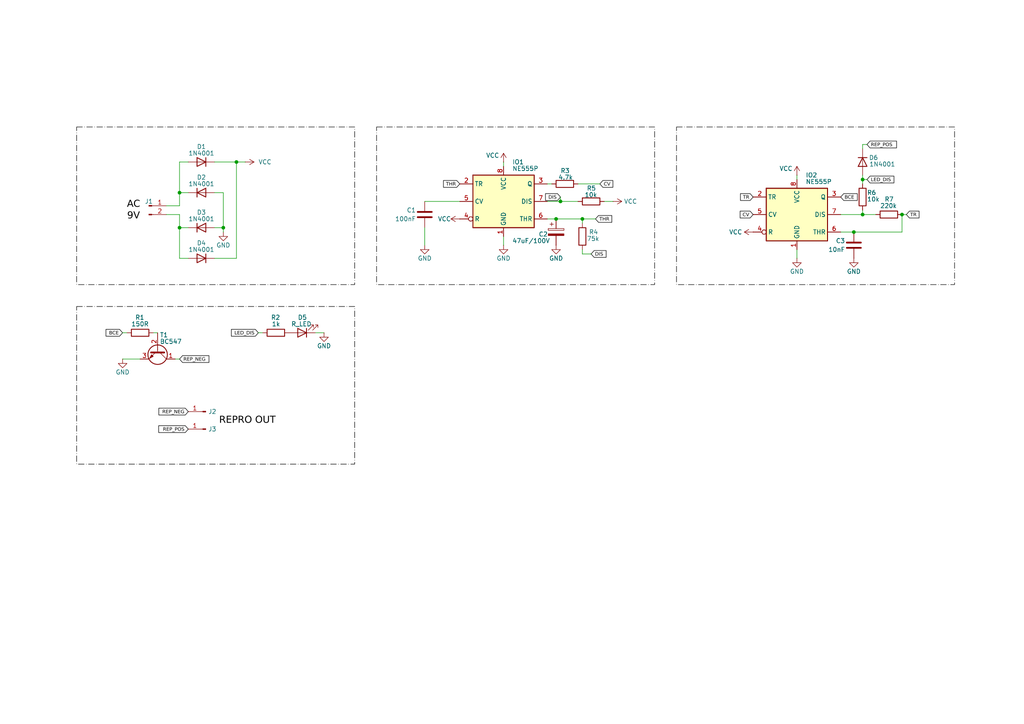
<source format=kicad_sch>
(kicad_sch (version 20231120) (generator "eeschema") (generator_version "8.0")
  (paper "A4")
  (title_block (title "TEST01_KiCAD") (date "2024-10-01") (rev "v1.0.0") (company "SPS NA PROSEKU, 3EA, L1") (comment 1 "Made in Prague, Czech Republic") (comment 2 "CONTACT: Savva Popov, savva.popov.sp@gmail.com, +420 605 570 366"))
  (lib_symbols
    (symbol "Connector:Conn_01x01_Pin" (pin_names (offset 1.016) hide)
      (property "Reference" "J" (at 0 2.54 0))
      (property "Value" "Conn_01x01_Pin" (at 0 -2.54 0))
      (symbol "Conn_01x01_Pin_1_1"
        (polyline (pts (xy 1.27 0) (xy 0.8636 0)) (stroke (width 0.1524)))
        (rectangle (start 0.8636 0.127) (end 0 -0.127) (stroke (width 0.1524)) (fill (type outline)))
        (pin passive line (at 5.08 0 180) (length 3.81) (name "Pin_1") (number "1"))
      )
    )
    (symbol "Connector:Conn_01x02_Pin" (pin_names (offset 1.016) hide)
      (property "Reference" "J" (at 0 2.54 0))
      (property "Value" "Conn_01x02_Pin" (at 0 -5.08 0))
      (symbol "Conn_01x02_Pin_1_1"
        (polyline (pts (xy 1.27 -2.54) (xy 0.8636 -2.54)) (stroke (width 0.1524)))
        (polyline (pts (xy 1.27 0) (xy 0.8636 0)) (stroke (width 0.1524)))
        (rectangle (start 0.8636 -2.413) (end 0 -2.667) (stroke (width 0.1524)) (fill (type outline)))
        (rectangle (start 0.8636 0.127) (end 0 -0.127) (stroke (width 0.1524)) (fill (type outline)))
        (pin passive line (at 5.08 0 180) (length 3.81) (name "Pin_1") (number "1"))
        (pin passive line (at 5.08 -2.54 180) (length 3.81) (name "Pin_2") (number "2"))
      )
    )
    (symbol "Device:C" (pin_numbers hide) (pin_names (offset 0.254))
      (property "Reference" "C" (at 0.635 2.54 0))
      (property "Value" "C" (at 0.635 -2.54 0))
      (symbol "C_0_1"
        (polyline (pts (xy -2.032 -0.762) (xy 2.032 -0.762)) (stroke (width 0.508)))
        (polyline (pts (xy -2.032 0.762) (xy 2.032 0.762)) (stroke (width 0.508)))
      )
      (symbol "C_1_1"
        (pin passive line (at 0 3.81 270) (length 2.794) (name "~") (number "1"))
        (pin passive line (at 0 -3.81 90) (length 2.794) (name "~") (number "2"))
      )
    )
    (symbol "Device:C_Polarized" (pin_numbers hide) (pin_names (offset 0.254))
      (property "Reference" "C" (at 0.635 2.54 0))
      (property "Value" "C_Polarized" (at 0.635 -2.54 0))
      (symbol "C_Polarized_0_1"
        (rectangle (start -2.286 0.508) (end 2.286 1.016))
        (polyline (pts (xy -1.778 2.286) (xy -0.762 2.286)))
        (polyline (pts (xy -1.27 2.794) (xy -1.27 1.778)))
        (rectangle (start 2.286 -0.508) (end -2.286 -1.016) (fill (type outline)))
      )
      (symbol "C_Polarized_1_1"
        (pin passive line (at 0 3.81 270) (length 2.794) (name "~") (number "1"))
        (pin passive line (at 0 -3.81 90) (length 2.794) (name "~") (number "2"))
      )
    )
    (symbol "Device:LED" (pin_numbers hide) (pin_names (offset 1.016) hide)
      (property "Reference" "D" (at 0 2.54 0))
      (property "Value" "LED" (at 0 -2.54 0))
      (symbol "LED_0_1"
        (polyline (pts (xy -1.27 -1.27) (xy -1.27 1.27)) (stroke (width 0.254)))
        (polyline (pts (xy -1.27 0) (xy 1.27 0)))
        (polyline (pts (xy 1.27 -1.27) (xy 1.27 1.27) (xy -1.27 0) (xy 1.27 -1.27)) (stroke (width 0.254)))
        (polyline (pts (xy -3.048 -0.762) (xy -4.572 -2.286) (xy -3.81 -2.286) (xy -4.572 -2.286) (xy -4.572 -1.524)))
        (polyline (pts (xy -1.778 -0.762) (xy -3.302 -2.286) (xy -2.54 -2.286) (xy -3.302 -2.286) (xy -3.302 -1.524)))
      )
      (symbol "LED_1_1"
        (pin passive line (at -3.81 0 0) (length 2.54) (name "K") (number "1"))
        (pin passive line (at 3.81 0 180) (length 2.54) (name "A") (number "2"))
      )
    )
    (symbol "Device:R" (pin_numbers hide) (pin_names (offset 0))
      (property "Reference" "R" (at 2.032 0 90))
      (property "Value" "R" (at 0 0 90))
      (symbol "R_0_1"
        (rectangle (start -1.016 -2.54) (end 1.016 2.54) (stroke (width 0.254)))
      )
      (symbol "R_1_1"
        (pin passive line (at 0 3.81 270) (length 1.27) (name "~") (number "1"))
        (pin passive line (at 0 -3.81 90) (length 1.27) (name "~") (number "2"))
      )
    )
    (symbol "Diode:1N4007" (pin_numbers hide) (pin_names hide)
      (property "Reference" "D" (at 0 2.54 0))
      (property "Value" "1N4007" (at 0 -2.54 0))
      (symbol "1N4007_0_1"
        (polyline (pts (xy -1.27 1.27) (xy -1.27 -1.27)) (stroke (width 0.254)))
        (polyline (pts (xy 1.27 0) (xy -1.27 0)))
        (polyline (pts (xy 1.27 1.27) (xy 1.27 -1.27) (xy -1.27 0) (xy 1.27 1.27)) (stroke (width 0.254)))
      )
      (symbol "1N4007_1_1"
        (pin passive line (at -3.81 0 0) (length 2.54) (name "K") (number "1"))
        (pin passive line (at 3.81 0 180) (length 2.54) (name "A") (number "2"))
      )
    )
    (symbol "Timer:NE555P"
      (property "Reference" "U" (at -10.16 8.89 0))
      (property "Value" "NE555P" (at 2.54 8.89 0))
      (symbol "NE555P_0_0"
        (pin power_in line (at 0 -10.16 90) (length 2.54) (name "GND") (number "1"))
        (pin power_in line (at 0 10.16 270) (length 2.54) (name "VCC") (number "8"))
      )
      (symbol "NE555P_0_1"
        (rectangle (start -8.89 -7.62) (end 8.89 7.62) (stroke (width 0.254)) (fill (type background)))
        (rectangle (start -8.89 -7.62) (end 8.89 7.62) (stroke (width 0.254)) (fill (type background)))
      )
      (symbol "NE555P_1_1"
        (pin input line (at -12.7 5.08 0) (length 3.81) (name "TR") (number "2"))
        (pin output line (at 12.7 5.08 180) (length 3.81) (name "Q") (number "3"))
        (pin input inverted (at -12.7 -5.08 0) (length 3.81) (name "R") (number "4"))
        (pin input line (at -12.7 0 0) (length 3.81) (name "CV") (number "5"))
        (pin input line (at 12.7 -5.08 180) (length 3.81) (name "THR") (number "6"))
        (pin input line (at 12.7 0 180) (length 3.81) (name "DIS") (number "7"))
      )
    )
    (symbol "Transistor_BJT:BC547" (pin_names (offset 0) hide)
      (property "Reference" "Q" (at 5.08 1.905 0))
      (property "Value" "BC547" (at 5.08 0 0))
      (symbol "BC547_0_1"
        (polyline (pts (xy 0 0) (xy 0.635 0)))
        (polyline (pts (xy 0.635 0.635) (xy 2.54 2.54)))
        (polyline (pts (xy 0.635 -0.635) (xy 2.54 -2.54) (xy 2.54 -2.54)))
        (polyline (pts (xy 0.635 1.905) (xy 0.635 -1.905) (xy 0.635 -1.905)) (stroke (width 0.508)))
        (polyline (pts (xy 1.27 -1.778) (xy 1.778 -1.27) (xy 2.286 -2.286) (xy 1.27 -1.778) (xy 1.27 -1.778)) (fill (type outline)))
        (circle (center 1.27 0) (radius 2.8194) (stroke (width 0.254)))
      )
      (symbol "BC547_1_1"
        (pin passive line (at 2.54 5.08 270) (length 2.54) (name "C") (number "1"))
        (pin input line (at -5.08 0 0) (length 5.08) (name "B") (number "2"))
        (pin passive line (at 2.54 -5.08 90) (length 2.54) (name "E") (number "3"))
      )
    )
    (symbol "power:GND" (power) (pin_numbers hide) (pin_names (offset 0) hide)
      (property "Value" "GND" (at 0 -3.81 0))
      (symbol "GND_0_1"
        (polyline (pts (xy 0 0) (xy 0 -1.27) (xy 1.27 -1.27) (xy 0 -2.54) (xy -1.27 -1.27) (xy 0 -1.27)))
      )
      (symbol "GND_1_1"
        (pin power_in line (at 0 0 270) (length 0) (name "~") (number "1"))
      )
    )
    (symbol "power:VCC" (power) (pin_numbers hide) (pin_names (offset 0) hide)
      (property "Value" "VCC" (at 0 3.556 0))
      (symbol "VCC_0_1"
        (polyline (pts (xy -0.762 1.27) (xy 0 2.54)))
        (polyline (pts (xy 0 0) (xy 0 2.54)))
        (polyline (pts (xy 0 2.54) (xy 0.762 1.27)))
      )
      (symbol "VCC_1_1"
        (pin power_in line (at 0 0 90) (length 0) (name "~") (number "1"))
      )
    )
  )
  (junction (at 64.77 66.04))
  (junction (at 162.56 58.42))
  (junction (at 168.91 63.5))
  (junction (at 68.58 46.99))
  (junction (at 250.19 52.07))
  (junction (at 250.19 62.23))
  (junction (at 261.62 62.23))
  (junction (at 52.07 66.04))
  (junction (at 247.65 67.31))
  (junction (at 161.29 63.5))
  (junction (at 52.07 55.88))
  (wire (pts (xy 261.62 62.23) (xy 262.89 62.23)))
  (wire (pts (xy 93.98 96.52) (xy 91.44 96.52)))
  (wire (pts (xy 160.02 53.34) (xy 158.75 53.34)))
  (wire (pts (xy 168.91 72.39) (xy 168.91 73.66)))
  (wire (pts (xy 62.23 46.99) (xy 68.58 46.99)))
  (wire (pts (xy 52.07 55.88) (xy 54.61 55.88)))
  (wire (pts (xy 168.91 63.5) (xy 161.29 63.5)))
  (wire (pts (xy 52.07 62.23) (xy 48.26 62.23)))
  (wire (pts (xy 162.56 58.42) (xy 158.75 58.42)))
  (wire (pts (xy 64.77 55.88) (xy 64.77 66.04)))
  (wire (pts (xy 250.19 41.91) (xy 250.19 43.18)))
  (wire (pts (xy 35.56 104.14) (xy 40.64 104.14)))
  (wire (pts (xy 52.07 104.14) (xy 50.8 104.14)))
  (wire (pts (xy 68.58 46.99) (xy 68.58 74.93)))
  (wire (pts (xy 231.14 50.8) (xy 231.14 52.07)))
  (wire (pts (xy 62.23 74.93) (xy 68.58 74.93)))
  (wire (pts (xy 250.19 52.07) (xy 250.19 53.34)))
  (wire (pts (xy 250.19 62.23) (xy 254 62.23)))
  (wire (pts (xy 62.23 55.88) (xy 64.77 55.88)))
  (wire (pts (xy 261.62 67.31) (xy 247.65 67.31)))
  (wire (pts (xy 146.05 71.12) (xy 146.05 68.58)))
  (wire (pts (xy 52.07 55.88) (xy 52.07 59.69)))
  (wire (pts (xy 74.93 96.52) (xy 76.2 96.52)))
  (wire (pts (xy 52.07 62.23) (xy 52.07 66.04)))
  (wire (pts (xy 52.07 66.04) (xy 54.61 66.04)))
  (wire (pts (xy 177.8 58.42) (xy 175.26 58.42)))
  (wire (pts (xy 250.19 52.07) (xy 251.46 52.07)))
  (wire (pts (xy 231.14 74.93) (xy 231.14 72.39)))
  (wire (pts (xy 52.07 74.93) (xy 54.61 74.93)))
  (wire (pts (xy 52.07 74.93) (xy 52.07 66.04)))
  (wire (pts (xy 167.64 58.42) (xy 162.56 58.42)))
  (wire (pts (xy 35.56 96.52) (xy 36.83 96.52)))
  (wire (pts (xy 161.29 63.5) (xy 158.75 63.5)))
  (wire (pts (xy 243.84 67.31) (xy 247.65 67.31)))
  (wire (pts (xy 261.62 62.23) (xy 261.62 67.31)))
  (wire (pts (xy 64.77 67.31) (xy 64.77 66.04)))
  (wire (pts (xy 250.19 50.8) (xy 250.19 52.07)))
  (wire (pts (xy 167.64 53.34) (xy 173.99 53.34)))
  (wire (pts (xy 133.35 58.42) (xy 123.19 58.42)))
  (wire (pts (xy 146.05 46.99) (xy 146.05 48.26)))
  (wire (pts (xy 168.91 64.77) (xy 168.91 63.5)))
  (wire (pts (xy 168.91 73.66) (xy 171.45 73.66)))
  (wire (pts (xy 52.07 46.99) (xy 54.61 46.99)))
  (wire (pts (xy 250.19 62.23) (xy 250.19 60.96)))
  (wire (pts (xy 52.07 59.69) (xy 48.26 59.69)))
  (wire (pts (xy 243.84 62.23) (xy 250.19 62.23)))
  (wire (pts (xy 162.56 57.15) (xy 162.56 58.42)))
  (wire (pts (xy 62.23 66.04) (xy 64.77 66.04)))
  (wire (pts (xy 44.45 96.52) (xy 45.72 96.52)))
  (wire (pts (xy 71.12 46.99) (xy 68.58 46.99)))
  (wire (pts (xy 172.72 63.5) (xy 168.91 63.5)))
  (wire (pts (xy 251.46 41.91) (xy 250.19 41.91)))
  (wire (pts (xy 123.19 71.12) (xy 123.19 66.04)))
  (wire (pts (xy 52.07 46.99) (xy 52.07 55.88)))
  (rectangle (start 109.22 36.83) (end 189.865 82.55) (stroke (width 0) (type dash_dot) (color 0 0 0 1)))
  (rectangle (start 196.215 36.83) (end 276.86 82.55) (stroke (width 0) (type dash_dot) (color 0 0 0 1)))
  (rectangle (start 22.225 36.83) (end 102.87 82.55) (stroke (width 0) (type dash_dot) (color 0 0 0 1)))
  (rectangle (start 22.225 88.9) (end 102.87 134.62) (stroke (width 0) (type dash_dot) (color 0 0 0 1)))
  (text "REPRO OUT" (at 71.755 122.555 0) (effects (font (size 2 2))))
  (text "AC\n9V" (at 38.735 61.595 0) (effects (font (size 2 2))))
  (global_label "BCE" (shape input) (at 243.84 57.15 0) (effects (font (size 1 1))) (property "Intersheetrefs" "${INTERSHEET_REFS}" (effects (hide yes))))
  (global_label "LED_DIS" (shape input) (at 251.46 52.07 0) (effects (font (size 1 1))) (property "Intersheetrefs" "${INTERSHEET_REFS}" (effects (hide yes))))
  (global_label "CV" (shape input) (at 173.99 53.34 0) (effects (font (size 1 1))) (property "Intersheetrefs" "${INTERSHEET_REFS}" (effects (hide yes))))
  (global_label "REP_NEG" (shape input) (at 54.61 119.38 180) (effects (font (size 1 1))) (property "Intersheetrefs" "${INTERSHEET_REFS}" (effects (hide yes))))
  (global_label "REP_POS" (shape input) (at 251.46 41.91 0) (effects (font (size 1 1))) (property "Intersheetrefs" "${INTERSHEET_REFS}" (effects (hide yes))))
  (global_label "REP_POS" (shape input) (at 54.61 124.46 180) (effects (font (size 1 1))) (property "Intersheetrefs" "${INTERSHEET_REFS}" (effects (hide yes))))
  (global_label "BCE" (shape input) (at 35.56 96.52 180) (effects (font (size 1 1))) (property "Intersheetrefs" "${INTERSHEET_REFS}" (effects (hide yes))))
  (global_label "DIS" (shape input) (at 171.45 73.66 0) (effects (font (size 1 1))) (property "Intersheetrefs" "${INTERSHEET_REFS}" (effects (hide yes))))
  (global_label "REP_NEG" (shape input) (at 52.07 104.14 0) (effects (font (size 1 1))) (property "Intersheetrefs" "${INTERSHEET_REFS}" (effects (hide yes))))
  (global_label "THR" (shape input) (at 172.72 63.5 0) (effects (font (size 1 1))) (property "Intersheetrefs" "${INTERSHEET_REFS}" (effects (hide yes))))
  (global_label "LED_DIS" (shape input) (at 74.93 96.52 180) (effects (font (size 1 1))) (property "Intersheetrefs" "${INTERSHEET_REFS}" (effects (hide yes))))
  (global_label "THR" (shape input) (at 133.35 53.34 180) (effects (font (size 1 1))) (property "Intersheetrefs" "${INTERSHEET_REFS}" (effects (hide yes))))
  (global_label "TR" (shape input) (at 218.44 57.15 180) (effects (font (size 1 1))) (property "Intersheetrefs" "${INTERSHEET_REFS}" (effects (hide yes))))
  (global_label "CV" (shape input) (at 218.44 62.23 180) (effects (font (size 1 1))) (property "Intersheetrefs" "${INTERSHEET_REFS}" (effects (hide yes))))
  (global_label "TR" (shape input) (at 262.89 62.23 0) (effects (font (size 1 1))) (property "Intersheetrefs" "${INTERSHEET_REFS}" (effects (hide yes))))
  (global_label "DIS" (shape input) (at 162.56 57.15 180) (effects (font (size 1 1))) (property "Intersheetrefs" "${INTERSHEET_REFS}" (effects (hide yes))))
  (symbol (lib_id "power:VCC") (at 218.44 67.31 90) (unit 1)
    (property "Reference" "#PWR011" (effects (hide yes)))
    (property "Value" "VCC" (at 213.36 67.31 90))
    (property "Description" "Power symbol creates a global label with name \"VCC\"" (effects (hide yes)))
  )
  (symbol (lib_id "Device:C") (at 247.65 71.12 0) (mirror y) (unit 1)
    (property "Reference" "C3" (at 245.11 69.85 0) (effects (justify left)))
    (property "Value" "10nF" (at 245.11 72.39 0) (effects (justify left)))
    (property "Footprint" "Capacitor_THT:C_Disc_D6.0mm_W2.5mm_P5.00mm" (effects (hide yes)))
    (property "Description" "Unpolarized capacitor" (effects (hide yes)))
  )
  (symbol (lib_id "Timer:NE555P") (at 146.05 58.42 0) (unit 1)
    (property "Reference" "IO1" (at 148.59 46.99 0) (effects (justify left)))
    (property "Value" "NE555P" (at 148.59 48.895 0) (effects (justify left)))
    (property "Footprint" "Package_DIP:DIP-8_W7.62mm" (effects (hide yes)))
    (property "Datasheet" "http://www.ti.com/lit/ds/symlink/ne555.pdf" (effects (hide yes)))
    (property "Description" "Precision Timers, 555 compatible,  PDIP-8" (effects (hide yes)))
  )
  (symbol (lib_id "Device:R") (at 171.45 58.42 270) (unit 1)
    (property "Reference" "R5" (at 170.18 54.61 90) (effects (justify left)))
    (property "Value" "10k" (at 169.545 56.515 90) (effects (justify left)))
    (property "Footprint" "Resistor_THT:R_Axial_DIN0207_L6.3mm_D2.5mm_P10.16mm_Horizontal" (effects (hide yes)))
    (property "Description" "Resistor" (effects (hide yes)))
  )
  (symbol (lib_id "power:GND") (at 93.98 96.52 0) (unit 1)
    (property "Reference" "#PWR04" (effects (hide yes)))
    (property "Value" "GND" (at 93.98 100.33 0))
    (property "Description" "Power symbol creates a global label with name \"GND\" , ground" (effects (hide yes)))
  )
  (symbol (lib_id "power:VCC") (at 71.12 46.99 270) (unit 1)
    (property "Reference" "#PWR03" (effects (hide yes)))
    (property "Value" "VCC" (at 74.93 46.9899 90) (effects (justify left)))
    (property "Description" "Power symbol creates a global label with name \"VCC\"" (effects (hide yes)))
  )
  (symbol (lib_id "Transistor_BJT:BC547") (at 45.72 101.6 270) (unit 1)
    (property "Reference" "T1" (at 46.355 97.155 90) (effects (justify left)))
    (property "Value" "BC547" (at 46.355 99.06 90) (effects (justify left)))
    (property "Footprint" "Package_TO_SOT_THT:TO-92_Inline" (effects (hide yes)))
    (property "Datasheet" "https://www.onsemi.com/pub/Collateral/BC550-D.pdf" (effects (hide yes)))
    (property "Description" "0.1A Ic, 45V Vce, Small Signal NPN Transistor, TO-92" (effects (hide yes)))
  )
  (symbol (lib_id "Device:R") (at 40.64 96.52 90) (unit 1)
    (property "Reference" "R1" (at 41.91 92.075 90) (effects (justify left)))
    (property "Value" "150R" (at 43.18 93.98 90) (effects (justify left)))
    (property "Footprint" "Resistor_THT:R_Axial_DIN0207_L6.3mm_D2.5mm_P10.16mm_Horizontal" (effects (hide yes)))
    (property "Description" "Resistor" (effects (hide yes)))
  )
  (symbol (lib_id "power:VCC") (at 231.14 50.8 0) (unit 1)
    (property "Reference" "#PWR012" (effects (hide yes)))
    (property "Value" "VCC" (at 227.965 48.895 0))
    (property "Description" "Power symbol creates a global label with name \"VCC\"" (effects (hide yes)))
  )
  (symbol (lib_id "Diode:1N4007") (at 250.19 46.99 90) (mirror x) (unit 1)
    (property "Reference" "D6" (at 253.365 45.72 90))
    (property "Value" "1N4001" (at 255.905 47.625 90))
    (property "Footprint" "Diode_THT:D_DO-41_SOD81_P10.16mm_Horizontal" (effects (hide yes)))
    (property "Datasheet" "http://www.vishay.com/docs/88503/1n4001.pdf" (effects (hide yes)))
    (property "Description" "1000V 1A General Purpose Rectifier Diode, DO-41" (effects (hide yes)))
    (property "Sim.Device" "D" (effects (hide yes)))
    (property "Sim.Pins" "1=K 2=A" (effects (hide yes)))
  )
  (symbol (lib_id "Device:R") (at 250.19 57.15 0) (mirror x) (unit 1)
    (property "Reference" "R6" (at 251.46 55.88 0) (effects (justify left)))
    (property "Value" "10k" (at 251.46 57.785 0) (effects (justify left)))
    (property "Footprint" "Resistor_THT:R_Axial_DIN0207_L6.3mm_D2.5mm_P10.16mm_Horizontal" (effects (hide yes)))
    (property "Description" "Resistor" (effects (hide yes)))
  )
  (symbol (lib_id "power:GND") (at 146.05 71.12 0) (unit 1)
    (property "Reference" "#PWR08" (effects (hide yes)))
    (property "Value" "GND" (at 146.05 74.93 0))
    (property "Description" "Power symbol creates a global label with name \"GND\" , ground" (effects (hide yes)))
  )
  (symbol (lib_id "Connector:Conn_01x02_Pin") (at 43.18 59.69 0) (unit 1)
    (property "Reference" "J1" (at 43.18 58.42 0))
    (property "Value" "Conn_01x02_Pin" (effects (hide yes)))
    (property "Footprint" "Connector_PinHeader_2.54mm:PinHeader_1x02_P2.54mm_Vertical" (effects (hide yes)))
    (property "Description" "Generic connector, single row, 01x02, script generated" (effects (hide yes)))
  )
  (symbol (lib_id "power:GND") (at 231.14 74.93 0) (unit 1)
    (property "Reference" "#PWR013" (effects (hide yes)))
    (property "Value" "GND" (at 231.14 78.74 0))
    (property "Description" "Power symbol creates a global label with name \"GND\" , ground" (effects (hide yes)))
  )
  (symbol (lib_id "power:GND") (at 123.19 71.12 0) (unit 1)
    (property "Reference" "#PWR05" (effects (hide yes)))
    (property "Value" "GND" (at 123.19 74.93 0))
    (property "Description" "Power symbol creates a global label with name \"GND\" , ground" (effects (hide yes)))
  )
  (symbol (lib_id "Device:R") (at 168.91 68.58 0) (unit 1)
    (property "Reference" "R4" (at 170.815 67.31 0) (effects (justify left)))
    (property "Value" "75k" (at 170.18 69.215 0) (effects (justify left)))
    (property "Footprint" "Resistor_THT:R_Axial_DIN0207_L6.3mm_D2.5mm_P10.16mm_Horizontal" (effects (hide yes)))
    (property "Description" "Resistor" (effects (hide yes)))
  )
  (symbol (lib_id "Device:LED") (at 87.63 96.52 180) (unit 1)
    (property "Reference" "D5" (at 86.36 92.075 0) (effects (justify right)))
    (property "Value" "R_LED" (at 84.455 93.98 0) (effects (justify right)))
    (property "Footprint" "LED_THT:LED_D5.0mm_Clear" (effects (hide yes)))
    (property "Description" "Light emitting diode" (effects (hide yes)))
  )
  (symbol (lib_id "Device:C_Polarized") (at 161.29 67.31 0) (unit 1)
    (property "Reference" "C2" (at 156.21 67.945 0) (effects (justify left)))
    (property "Value" "47uF/100V" (at 148.59 69.85 0) (effects (justify left)))
    (property "Footprint" "Capacitor_THT:CP_Radial_D6.3mm_P2.50mm" (effects (hide yes)))
    (property "Description" "Polarized capacitor" (effects (hide yes)))
  )
  (symbol (lib_id "power:VCC") (at 133.35 63.5 90) (unit 1)
    (property "Reference" "#PWR06" (effects (hide yes)))
    (property "Value" "VCC" (at 128.905 63.5 90))
    (property "Description" "Power symbol creates a global label with name \"VCC\"" (effects (hide yes)))
  )
  (symbol (lib_id "power:VCC") (at 146.05 46.99 0) (unit 1)
    (property "Reference" "#PWR07" (effects (hide yes)))
    (property "Value" "VCC" (at 142.875 45.085 0))
    (property "Description" "Power symbol creates a global label with name \"VCC\"" (effects (hide yes)))
  )
  (symbol (lib_id "power:GND") (at 247.65 74.93 0) (unit 1)
    (property "Reference" "#PWR014" (effects (hide yes)))
    (property "Value" "GND" (at 247.65 78.74 0))
    (property "Description" "Power symbol creates a global label with name \"GND\" , ground" (effects (hide yes)))
  )
  (symbol (lib_id "Device:R") (at 80.01 96.52 90) (unit 1)
    (property "Reference" "R2" (at 81.28 92.075 90) (effects (justify left)))
    (property "Value" "1k" (at 81.28 93.98 90) (effects (justify left)))
    (property "Footprint" "Resistor_THT:R_Axial_DIN0207_L6.3mm_D2.5mm_P10.16mm_Horizontal" (effects (hide yes)))
    (property "Description" "Resistor" (effects (hide yes)))
  )
  (symbol (lib_id "power:GND") (at 161.29 71.12 0) (unit 1)
    (property "Reference" "#PWR09" (effects (hide yes)))
    (property "Value" "GND" (at 161.29 74.93 0))
    (property "Description" "Power symbol creates a global label with name \"GND\" , ground" (effects (hide yes)))
  )
  (symbol (lib_id "Diode:1N4007") (at 58.42 66.04 0) (unit 1)
    (property "Reference" "D3" (at 58.42 61.595 0))
    (property "Value" "1N4001" (at 58.42 63.5 0))
    (property "Footprint" "Diode_THT:D_DO-41_SOD81_P10.16mm_Horizontal" (effects (hide yes)))
    (property "Datasheet" "http://www.vishay.com/docs/88503/1n4001.pdf" (effects (hide yes)))
    (property "Description" "1000V 1A General Purpose Rectifier Diode, DO-41" (effects (hide yes)))
    (property "Sim.Device" "D" (effects (hide yes)))
    (property "Sim.Pins" "1=K 2=A" (effects (hide yes)))
  )
  (symbol (lib_id "power:GND") (at 64.77 67.31 0) (unit 1)
    (property "Reference" "#PWR02" (effects (hide yes)))
    (property "Value" "GND" (at 64.77 71.12 0))
    (property "Description" "Power symbol creates a global label with name \"GND\" , ground" (effects (hide yes)))
  )
  (symbol (lib_id "Device:R") (at 163.83 53.34 270) (mirror x) (unit 1)
    (property "Reference" "R3" (at 162.56 49.53 90) (effects (justify left)))
    (property "Value" "4.7k" (at 161.925 51.435 90) (effects (justify left)))
    (property "Footprint" "Resistor_THT:R_Axial_DIN0207_L6.3mm_D2.5mm_P10.16mm_Horizontal" (effects (hide yes)))
    (property "Description" "Resistor" (effects (hide yes)))
  )
  (symbol (lib_id "Timer:NE555P") (at 231.14 62.23 0) (unit 1)
    (property "Reference" "IO2" (at 233.68 50.8 0) (effects (justify left)))
    (property "Value" "NE555P" (at 233.68 52.705 0) (effects (justify left)))
    (property "Footprint" "Package_DIP:DIP-8_W7.62mm" (effects (hide yes)))
    (property "Datasheet" "http://www.ti.com/lit/ds/symlink/ne555.pdf" (effects (hide yes)))
    (property "Description" "Precision Timers, 555 compatible,  PDIP-8" (effects (hide yes)))
  )
  (symbol (lib_id "power:VCC") (at 177.8 58.42 270) (unit 1)
    (property "Reference" "#PWR010" (effects (hide yes)))
    (property "Value" "VCC" (at 182.88 58.42 90))
    (property "Description" "Power symbol creates a global label with name \"VCC\"" (effects (hide yes)))
  )
  (symbol (lib_id "power:GND") (at 35.56 104.14 0) (unit 1)
    (property "Reference" "#PWR01" (effects (hide yes)))
    (property "Value" "GND" (at 35.56 107.95 0))
    (property "Description" "Power symbol creates a global label with name \"GND\" , ground" (effects (hide yes)))
  )
  (symbol (lib_id "Device:C") (at 123.19 62.23 0) (mirror y) (unit 1)
    (property "Reference" "C1" (at 120.65 60.96 0) (effects (justify left)))
    (property "Value" "100nF" (at 120.65 63.5 0) (effects (justify left)))
    (property "Footprint" "Capacitor_THT:C_Disc_D6.0mm_W2.5mm_P5.00mm" (effects (hide yes)))
    (property "Description" "Unpolarized capacitor" (effects (hide yes)))
  )
  (symbol (lib_id "Diode:1N4007") (at 58.42 46.99 0) (mirror y) (unit 1)
    (property "Reference" "D1" (at 58.42 42.545 0))
    (property "Value" "1N4001" (at 58.42 44.45 0))
    (property "Footprint" "Diode_THT:D_DO-41_SOD81_P10.16mm_Horizontal" (effects (hide yes)))
    (property "Datasheet" "http://www.vishay.com/docs/88503/1n4001.pdf" (effects (hide yes)))
    (property "Description" "1000V 1A General Purpose Rectifier Diode, DO-41" (effects (hide yes)))
    (property "Sim.Device" "D" (effects (hide yes)))
    (property "Sim.Pins" "1=K 2=A" (effects (hide yes)))
  )
  (symbol (lib_id "Device:R") (at 257.81 62.23 270) (mirror x) (unit 1)
    (property "Reference" "R7" (at 256.54 57.785 90) (effects (justify left)))
    (property "Value" "220k" (at 255.27 59.69 90) (effects (justify left)))
    (property "Footprint" "Resistor_THT:R_Axial_DIN0207_L6.3mm_D2.5mm_P10.16mm_Horizontal" (effects (hide yes)))
    (property "Description" "Resistor" (effects (hide yes)))
  )
  (symbol (lib_id "Diode:1N4007") (at 58.42 74.93 0) (mirror y) (unit 1)
    (property "Reference" "D4" (at 58.42 70.485 0))
    (property "Value" "1N4001" (at 58.42 72.39 0))
    (property "Footprint" "Diode_THT:D_DO-41_SOD81_P10.16mm_Horizontal" (effects (hide yes)))
    (property "Datasheet" "http://www.vishay.com/docs/88503/1n4001.pdf" (effects (hide yes)))
    (property "Description" "1000V 1A General Purpose Rectifier Diode, DO-41" (effects (hide yes)))
    (property "Sim.Device" "D" (effects (hide yes)))
    (property "Sim.Pins" "1=K 2=A" (effects (hide yes)))
  )
  (symbol (lib_id "Connector:Conn_01x01_Pin") (at 59.69 124.46 180) (unit 1)
    (property "Reference" "J3" (at 61.595 124.46 0))
    (property "Value" "DC" (effects (hide yes)))
    (property "Footprint" "Connector_PinHeader_2.54mm:PinHeader_1x01_P2.54mm_Vertical" (effects (hide yes)))
    (property "Description" "Generic connector, single row, 01x01, script generated" (effects (hide yes)))
  )
  (symbol (lib_id "Diode:1N4007") (at 58.42 55.88 0) (unit 1)
    (property "Reference" "D2" (at 58.42 51.435 0))
    (property "Value" "1N4001" (at 58.42 53.34 0))
    (property "Footprint" "Diode_THT:D_DO-41_SOD81_P10.16mm_Horizontal" (effects (hide yes)))
    (property "Datasheet" "http://www.vishay.com/docs/88503/1n4001.pdf" (effects (hide yes)))
    (property "Description" "1000V 1A General Purpose Rectifier Diode, DO-41" (effects (hide yes)))
    (property "Sim.Device" "D" (effects (hide yes)))
    (property "Sim.Pins" "1=K 2=A" (effects (hide yes)))
  )
  (symbol (lib_id "Connector:Conn_01x01_Pin") (at 59.69 119.38 180) (unit 1)
    (property "Reference" "J2" (at 61.595 119.38 0))
    (property "Value" "DC" (effects (hide yes)))
    (property "Footprint" "Connector_PinHeader_2.54mm:PinHeader_1x01_P2.54mm_Vertical" (effects (hide yes)))
    (property "Description" "Generic connector, single row, 01x01, script generated" (effects (hide yes)))
  )
)
</source>
